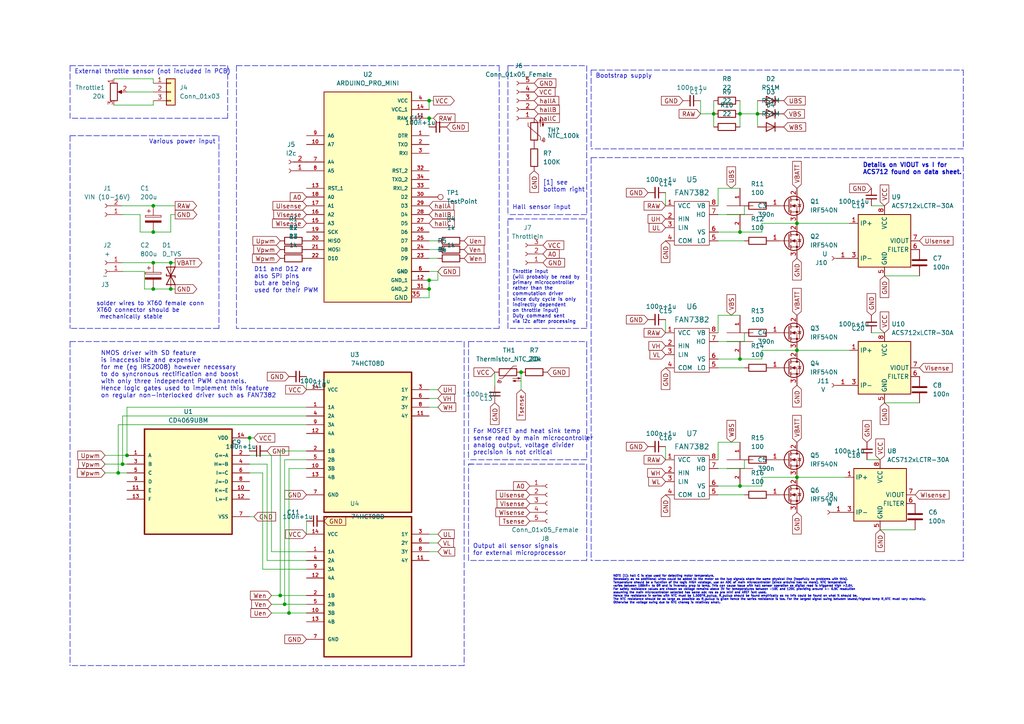
<source format=kicad_sch>
(kicad_sch (version 20211123) (generator eeschema)
  (paper "A4")
  (junction (at 83.82 177.8))
  (junction (at 151.13 107.95))
  (junction (at 44.45 59.69))
  (junction (at 124.46 81.28))
  (junction (at 44.45 83.82))
  (junction (at 124.46 83.82))
  (junction (at 214.63 33.02))
  (junction (at 207.01 33.02))
  (junction (at 124.46 34.29))
  (junction (at 231.14 101.6))
  (junction (at 49.53 76.2))
  (junction (at 214.63 140.97))
  (junction (at 214.63 104.14))
  (junction (at 124.46 29.21))
  (junction (at 34.29 137.16))
  (junction (at 36.83 132.08))
  (junction (at 231.14 64.77))
  (junction (at 231.14 138.43))
  (junction (at 44.45 76.2))
  (junction (at 81.28 172.72))
  (junction (at 219.71 33.02))
  (junction (at 214.63 67.31))
  (junction (at 35.56 134.62))
  (junction (at 72.39 127))
  (junction (at 44.45 67.31))
  (junction (at 49.53 83.82))
  (junction (at 82.55 175.26))
  (wire (pts (xy 214.63 33.02) (xy 219.71 33.02)))
  (wire (pts (xy 193.04 59.69) (xy 193.04 55.88)))
  (wire (pts (xy 127 157.48) (xy 124.46 157.48)))
  (polyline (pts (xy 134.62 193.04) (xy 20.32 193.04)))
  (polyline (pts (xy 63.5 95.25) (xy 20.32 95.25)))
  (wire (pts (xy 207.01 33.02) (xy 207.01 36.83)))
  (wire (pts (xy 40.64 67.31) (xy 44.45 67.31)))
  (wire (pts (xy 83.82 135.89) (xy 88.9 135.89)))
  (wire (pts (xy 208.28 91.44) (xy 214.63 91.44)))
  (wire (pts (xy 78.74 177.8) (xy 83.82 177.8)))
  (wire (pts (xy 151.13 107.95) (xy 151.13 113.03)))
  (wire (pts (xy 255.27 153.67) (xy 265.43 153.67)))
  (polyline (pts (xy 170.18 99.06) (xy 170.18 133.35)))
  (polyline (pts (xy 20.32 39.37) (xy 63.5 39.37)))
  (wire (pts (xy 208.28 91.44) (xy 208.28 96.52)))
  (wire (pts (xy 127 81.28) (xy 124.46 81.28)))
  (wire (pts (xy 81.28 172.72) (xy 88.9 172.72)))
  (wire (pts (xy 208.28 128.27) (xy 208.28 133.35)))
  (wire (pts (xy 215.9 99.06) (xy 215.9 96.52)))
  (wire (pts (xy 220.98 140.97) (xy 220.98 138.43)))
  (polyline (pts (xy 171.45 20.32) (xy 171.45 43.18)))
  (wire (pts (xy 220.98 64.77) (xy 231.14 64.77)))
  (wire (pts (xy 214.63 33.02) (xy 214.63 36.83)))
  (wire (pts (xy 252.73 96.52) (xy 256.54 96.52)))
  (wire (pts (xy 193.04 133.35) (xy 193.04 129.54)))
  (polyline (pts (xy 20.32 99.06) (xy 20.32 193.04)))
  (wire (pts (xy 220.98 101.6) (xy 231.14 101.6)))
  (wire (pts (xy 44.45 29.21) (xy 44.45 30.48)))
  (wire (pts (xy 34.29 137.16) (xy 34.29 123.19)))
  (wire (pts (xy 256.54 116.84) (xy 266.7 116.84)))
  (wire (pts (xy 44.45 59.69) (xy 35.56 59.69)))
  (wire (pts (xy 208.28 99.06) (xy 215.9 99.06)))
  (wire (pts (xy 36.83 26.67) (xy 44.45 26.67)))
  (polyline (pts (xy 66.04 19.05) (xy 66.04 34.29)))
  (wire (pts (xy 208.28 128.27) (xy 214.63 128.27)))
  (polyline (pts (xy 20.32 19.05) (xy 66.04 19.05)))
  (wire (pts (xy 41.91 83.82) (xy 44.45 83.82)))
  (wire (pts (xy 220.98 104.14) (xy 220.98 101.6)))
  (polyline (pts (xy 171.45 20.32) (xy 279.4 20.32)))
  (wire (pts (xy 49.53 76.2) (xy 44.45 76.2)))
  (wire (pts (xy 127 78.74) (xy 124.46 78.74)))
  (polyline (pts (xy 147.32 19.05) (xy 147.32 62.23)))
  (wire (pts (xy 124.46 86.36) (xy 121.92 86.36)))
  (wire (pts (xy 127 69.85) (xy 124.46 69.85)))
  (wire (pts (xy 82.55 175.26) (xy 82.55 133.35)))
  (wire (pts (xy 127 78.74) (xy 127 81.28)))
  (wire (pts (xy 83.82 177.8) (xy 88.9 177.8)))
  (wire (pts (xy 72.39 132.08) (xy 78.74 132.08)))
  (wire (pts (xy 82.55 175.26) (xy 88.9 175.26)))
  (wire (pts (xy 208.28 69.85) (xy 215.9 69.85)))
  (polyline (pts (xy 147.32 63.5) (xy 148.59 63.5)))
  (polyline (pts (xy 144.78 19.05) (xy 144.78 95.25)))
  (wire (pts (xy 83.82 135.89) (xy 83.82 177.8)))
  (polyline (pts (xy 135.89 162.56) (xy 135.89 134.62)))
  (wire (pts (xy 76.2 137.16) (xy 76.2 165.1)))
  (wire (pts (xy 36.83 132.08) (xy 36.83 118.11)))
  (wire (pts (xy 50.8 59.69) (xy 44.45 59.69)))
  (wire (pts (xy 208.28 67.31) (xy 214.63 67.31)))
  (wire (pts (xy 214.63 29.21) (xy 214.63 33.02)))
  (wire (pts (xy 143.51 107.95) (xy 143.51 111.76)))
  (polyline (pts (xy 170.18 134.62) (xy 170.18 162.56)))
  (wire (pts (xy 34.29 123.19) (xy 88.9 123.19)))
  (wire (pts (xy 251.46 133.35) (xy 255.27 133.35)))
  (wire (pts (xy 220.98 67.31) (xy 220.98 64.77)))
  (wire (pts (xy 215.9 62.23) (xy 215.9 59.69)))
  (wire (pts (xy 208.28 106.68) (xy 215.9 106.68)))
  (wire (pts (xy 124.46 29.21) (xy 124.46 31.75)))
  (wire (pts (xy 30.48 132.08) (xy 36.83 132.08)))
  (wire (pts (xy 35.56 78.74) (xy 41.91 78.74)))
  (polyline (pts (xy 68.58 19.05) (xy 68.58 95.25)))
  (wire (pts (xy 88.9 151.13) (xy 88.9 154.94)))
  (polyline (pts (xy 144.78 95.25) (xy 68.58 95.25)))
  (wire (pts (xy 208.28 54.61) (xy 214.63 54.61)))
  (wire (pts (xy 35.56 62.23) (xy 40.64 62.23)))
  (wire (pts (xy 78.74 175.26) (xy 82.55 175.26)))
  (polyline (pts (xy 135.89 99.06) (xy 135.89 133.35)))
  (wire (pts (xy 208.28 54.61) (xy 208.28 59.69)))
  (wire (pts (xy 49.53 62.23) (xy 50.8 62.23)))
  (polyline (pts (xy 170.18 63.5) (xy 170.18 95.25)))
  (wire (pts (xy 35.56 134.62) (xy 35.56 120.65)))
  (polyline (pts (xy 279.4 45.72) (xy 279.4 162.56)))
  (polyline (pts (xy 171.45 45.72) (xy 279.4 45.72)))
  (wire (pts (xy 77.47 162.56) (xy 88.9 162.56)))
  (wire (pts (xy 124.46 34.29) (xy 124.46 36.83)))
  (wire (pts (xy 40.64 62.23) (xy 40.64 67.31)))
  (polyline (pts (xy 134.62 99.06) (xy 134.62 193.04)))
  (wire (pts (xy 49.53 67.31) (xy 49.53 62.23)))
  (wire (pts (xy 35.56 120.65) (xy 88.9 120.65)))
  (wire (pts (xy 127 72.39) (xy 124.46 72.39)))
  (polyline (pts (xy 20.32 19.05) (xy 20.32 34.29)))
  (wire (pts (xy 72.39 149.86) (xy 73.66 149.86)))
  (polyline (pts (xy 147.32 19.05) (xy 170.18 19.05)))
  (wire (pts (xy 78.74 132.08) (xy 78.74 160.02)))
  (wire (pts (xy 214.63 67.31) (xy 220.98 67.31)))
  (polyline (pts (xy 63.5 39.37) (xy 63.5 95.25)))
  (polyline (pts (xy 170.18 162.56) (xy 135.89 162.56)))
  (wire (pts (xy 50.8 76.2) (xy 49.53 76.2)))
  (wire (pts (xy 252.73 59.69) (xy 256.54 59.69)))
  (polyline (pts (xy 135.89 134.62) (xy 137.16 134.62)))
  (wire (pts (xy 256.54 80.01) (xy 266.7 80.01)))
  (wire (pts (xy 49.53 83.82) (xy 50.8 83.82)))
  (wire (pts (xy 72.39 137.16) (xy 76.2 137.16)))
  (wire (pts (xy 208.28 135.89) (xy 215.9 135.89)))
  (polyline (pts (xy 170.18 133.35) (xy 135.89 133.35)))
  (wire (pts (xy 35.56 134.62) (xy 36.83 134.62)))
  (polyline (pts (xy 279.4 162.56) (xy 171.45 162.56)))
  (wire (pts (xy 203.2 33.02) (xy 207.01 33.02)))
  (wire (pts (xy 127 113.03) (xy 124.46 113.03)))
  (wire (pts (xy 44.45 76.2) (xy 35.56 76.2)))
  (polyline (pts (xy 147.32 63.5) (xy 170.18 63.5)))
  (wire (pts (xy 231.14 64.77) (xy 246.38 64.77)))
  (wire (pts (xy 215.9 135.89) (xy 215.9 133.35)))
  (wire (pts (xy 127 115.57) (xy 124.46 115.57)))
  (wire (pts (xy 193.04 96.52) (xy 193.04 92.71)))
  (polyline (pts (xy 171.45 45.72) (xy 171.45 162.56)))
  (wire (pts (xy 208.28 62.23) (xy 215.9 62.23)))
  (polyline (pts (xy 135.89 99.06) (xy 170.18 99.06)))
  (wire (pts (xy 219.71 29.21) (xy 219.71 33.02)))
  (wire (pts (xy 208.28 140.97) (xy 214.63 140.97)))
  (wire (pts (xy 78.74 172.72) (xy 81.28 172.72)))
  (polyline (pts (xy 66.04 34.29) (xy 20.32 34.29)))
  (wire (pts (xy 127 74.93) (xy 124.46 74.93)))
  (wire (pts (xy 203.2 33.02) (xy 203.2 29.21)))
  (wire (pts (xy 82.55 133.35) (xy 88.9 133.35)))
  (wire (pts (xy 44.45 67.31) (xy 49.53 67.31)))
  (wire (pts (xy 88.9 113.03) (xy 88.9 109.22)))
  (wire (pts (xy 41.91 78.74) (xy 41.91 83.82)))
  (wire (pts (xy 125.73 29.21) (xy 124.46 29.21)))
  (wire (pts (xy 33.02 30.48) (xy 44.45 30.48)))
  (polyline (pts (xy 170.18 95.25) (xy 147.32 95.25)))
  (wire (pts (xy 214.63 140.97) (xy 220.98 140.97)))
  (wire (pts (xy 36.83 118.11) (xy 88.9 118.11)))
  (polyline (pts (xy 20.32 99.06) (xy 134.62 99.06)))
  (polyline (pts (xy 170.18 19.05) (xy 170.18 62.23)))
  (wire (pts (xy 77.47 134.62) (xy 77.47 162.56)))
  (polyline (pts (xy 147.32 95.25) (xy 147.32 63.5)))
  (wire (pts (xy 76.2 165.1) (xy 88.9 165.1)))
  (wire (pts (xy 125.73 34.29) (xy 124.46 34.29)))
  (wire (pts (xy 30.48 134.62) (xy 35.56 134.62)))
  (wire (pts (xy 220.98 138.43) (xy 231.14 138.43)))
  (wire (pts (xy 34.29 137.16) (xy 36.83 137.16)))
  (wire (pts (xy 127 160.02) (xy 124.46 160.02)))
  (polyline (pts (xy 20.32 39.37) (xy 20.32 95.25)))
  (wire (pts (xy 219.71 33.02) (xy 219.71 36.83)))
  (wire (pts (xy 30.48 137.16) (xy 34.29 137.16)))
  (wire (pts (xy 72.39 127) (xy 72.39 130.81)))
  (wire (pts (xy 231.14 138.43) (xy 245.11 138.43)))
  (wire (pts (xy 231.14 101.6) (xy 246.38 101.6)))
  (wire (pts (xy 78.74 160.02) (xy 88.9 160.02)))
  (polyline (pts (xy 170.18 62.23) (xy 147.32 62.23)))
  (wire (pts (xy 127 154.94) (xy 124.46 154.94)))
  (wire (pts (xy 81.28 130.81) (xy 88.9 130.81)))
  (wire (pts (xy 127 118.11) (xy 124.46 118.11)))
  (wire (pts (xy 44.45 22.86) (xy 44.45 24.13)))
  (polyline (pts (xy 279.4 20.32) (xy 279.4 43.18)))
  (wire (pts (xy 44.45 83.82) (xy 49.53 83.82)))
  (wire (pts (xy 72.39 134.62) (xy 77.47 134.62)))
  (polyline (pts (xy 279.4 43.18) (xy 171.45 43.18)))
  (wire (pts (xy 81.28 172.72) (xy 81.28 130.81)))
  (wire (pts (xy 214.63 104.14) (xy 220.98 104.14)))
  (wire (pts (xy 124.46 81.28) (xy 124.46 83.82)))
  (wire (pts (xy 124.46 83.82) (xy 124.46 86.36)))
  (polyline (pts (xy 68.58 19.05) (xy 144.78 19.05)))
  (wire (pts (xy 33.02 22.86) (xy 44.45 22.86)))
  (polyline (pts (xy 135.89 134.62) (xy 170.18 134.62)))
  (wire (pts (xy 208.28 143.51) (xy 215.9 143.51)))
  (wire (pts (xy 208.28 104.14) (xy 214.63 104.14)))
  (wire (pts (xy 73.66 127) (xy 72.39 127)))
  (wire (pts (xy 207.01 29.21) (xy 207.01 33.02)))
  (text "[1] see \nbottom right" (at 157.48 55.88 0) (effects (font (size 1.27 1.27)) (justify left bottom)))
  (text "Hall sensor input\n" (at 148.59 60.96 0) (effects (font (size 1.27 1.27)) (justify left bottom)))
  (text "D11 and D12 are \nalso SPI pins\nbut are being \nused for their PWM" (at 73.66 85.09 0) (effects (font (size 1.27 1.27)) (justify left bottom)))
  (text "Throttle input\n(will probably be read by\nprimary microcontroller\nrather than the \ncommutation driver\nsince duty cycle is only \nindirectly dependent \non throttle input)\nDuty command sent\nvia i2c after processing\n" (at 148.59 93.98 0) (effects (font (size 1 1)) (justify left bottom)))
  (text "Output all sensor signals \nfor external microprocessor\n" (at 137.16 161.29 0) (effects (font (size 1.27 1.27)) (justify left bottom)))
  (text "solder wires to XT60 female conn\nXT60 connector should be\n mechanically stable" (at 27.94 92.71 0) (effects (font (size 1.2 1.2)) (justify left bottom)))
  (text "For MOSFET and heat sink temp\nsense read by main microcontroller\nanalog output, voltage divider\nprecision is not critical" (at 137.16 132.08 0) (effects (font (size 1.27 1.27)) (justify left bottom)))
  (text "Bootstrap supply\n" (at 172.72 22.86 0) (effects (font (size 1.27 1.27)) (justify left bottom)))
  (text "External throttle sensor (not included in PCB)" (at 21.59 21.59 0) (effects (font (size 1.27 1.27)) (justify left bottom)))
  (text "Details on VIOUT vs I for\nACS712 found on data sheet." (at 250.19 50.8 0) (effects (font (size 1.27 1.27) (thickness 0.254) bold) (justify left bottom)))
  (text "NOTE [1]: hall C is also used for detecting motor temperature. \nNecessary as no additional wires could be added to the motor so the two signals share the same physical line (hopefully no problems with this). \nTemperature should be a fucntion of the logic HIGH volatage, use an ADC of main microcontroller (since arduino has no more). NTC temperature \nvaries between 100kR+ to 0R and is inversely prop to temp. This can cause issue with hall sensor operation as digital read is triggered high >2.6V. \nFor safety resistance values are chosen so voltage remains above 3V for temeperatures between -10C and 120C providing around +- 0.5C resolution\nassuming the main microcontroller selected has same adc res as pro mini and AREF isnt used. \nHence the resistance in series with NTC must be 1.500*R_pullup, R_pullup should be found empirically as no info could be found on what it should be.\nThe NTC resiatance should be as large as possible as R_pullup is given hence the series resistance is too. For the largest signal swing between lowest/highest temp R_NTC must vary maximally.\nOtherwise the voltage swing due to NTC chaneg is relativley small." (at 177.8 175.26 0) (effects (font (size 0.6 0.6)) (justify left bottom)))
  (text "Various power input\n" (at 43.18 41.91 0) (effects (font (size 1.27 1.27)) (justify left bottom)))
  (text "NMOS driver with SD feature\nis inaccessible and expensive\nfor me (eg IRS2008) however necessary \nto do syncronous rectification and boost\nwith only three independent PWM channels.\nHence logic gates used to implement this feature\non regular non-interlocked driver such as FAN7382\n" (at 29.21 115.57 0) (effects (font (size 1.27 1.27)) (justify left bottom)))
  (global_label "GND" (shape input) (at 127 78.74 0) (property "Intersheet References" "${INTERSHEET_REFS}" (effects hide)))
  (global_label "GND" (shape input) (at 256.54 80.01 270) (property "Intersheet References" "${INTERSHEET_REFS}" (effects hide)))
  (global_label "RAW" (shape output) (at 50.8 59.69 0) (property "Intersheet References" "${INTERSHEET_REFS}" (effects hide)))
  (global_label "VIsense" (shape input) (at 266.7 106.68 0) (property "Intersheet References" "${INTERSHEET_REFS}" (effects hide)))
  (global_label "WL" (shape input) (at 193.04 139.7 180) (property "Intersheet References" "${INTERSHEET_REFS}" (effects hide)))
  (global_label "GND" (shape input) (at 154.94 49.53 270) (property "Intersheet References" "${INTERSHEET_REFS}" (effects hide)))
  (global_label "Vpwm" (shape input) (at 30.48 134.62 180) (property "Intersheet References" "${INTERSHEET_REFS}" (effects hide)))
  (global_label "VBATT" (shape input) (at 231.14 54.61 90) (property "Intersheet References" "${INTERSHEET_REFS}" (effects hide)))
  (global_label "VCC" (shape input) (at 143.51 107.95 180) (property "Intersheet References" "${INTERSHEET_REFS}" (effects hide)))
  (global_label "VH" (shape input) (at 193.04 100.33 180) (property "Intersheet References" "${INTERSHEET_REFS}" (effects hide)))
  (global_label "VCC" (shape input) (at 154.94 26.67 0) (property "Intersheet References" "${INTERSHEET_REFS}" (effects hide)))
  (global_label "Wpwm" (shape input) (at 81.28 74.93 180) (property "Intersheet References" "${INTERSHEET_REFS}" (effects hide)))
  (global_label "Upwm" (shape input) (at 81.28 69.85 180) (property "Intersheet References" "${INTERSHEET_REFS}" (effects hide)))
  (global_label "GND" (shape input) (at 158.75 107.95 0) (property "Intersheet References" "${INTERSHEET_REFS}" (effects hide)))
  (global_label "hallC" (shape input) (at 124.46 64.77 0) (property "Intersheet References" "${INTERSHEET_REFS}" (effects hide)))
  (global_label "VIsense" (shape input) (at 153.67 146.05 180) (property "Intersheet References" "${INTERSHEET_REFS}" (effects hide)))
  (global_label "GND" (shape input) (at 251.46 128.27 90) (property "Intersheet References" "${INTERSHEET_REFS}" (effects hide)))
  (global_label "VBATT" (shape input) (at 231.14 128.27 90) (property "Intersheet References" "${INTERSHEET_REFS}" (effects hide)))
  (global_label "GND" (shape input) (at 252.73 91.44 90) (property "Intersheet References" "${INTERSHEET_REFS}" (effects hide)))
  (global_label "WH" (shape input) (at 127 118.11 0) (property "Intersheet References" "${INTERSHEET_REFS}" (effects hide)))
  (global_label "GND" (shape input) (at 88.9 143.51 180) (property "Intersheet References" "${INTERSHEET_REFS}" (effects hide)))
  (global_label "Ven" (shape input) (at 78.74 175.26 180) (property "Intersheet References" "${INTERSHEET_REFS}" (effects hide)))
  (global_label "RAW" (shape input) (at 193.04 59.69 180) (property "Intersheet References" "${INTERSHEET_REFS}" (effects hide)))
  (global_label "VBS" (shape input) (at 212.09 91.44 90) (property "Intersheet References" "${INTERSHEET_REFS}" (effects hide)))
  (global_label "hallA" (shape input) (at 124.46 59.69 0) (property "Intersheet References" "${INTERSHEET_REFS}" (effects hide)))
  (global_label "A0" (shape input) (at 153.67 140.97 180) (property "Intersheet References" "${INTERSHEET_REFS}" (effects hide)))
  (global_label "Wen" (shape input) (at 134.62 74.93 0) (property "Intersheet References" "${INTERSHEET_REFS}" (effects hide)))
  (global_label "WIsense" (shape input) (at 88.9 64.77 180) (property "Intersheet References" "${INTERSHEET_REFS}" (effects hide)))
  (global_label "GND" (shape output) (at 50.8 62.23 0) (property "Intersheet References" "${INTERSHEET_REFS}" (effects hide)))
  (global_label "GND" (shape input) (at 231.14 74.93 270) (property "Intersheet References" "${INTERSHEET_REFS}" (effects hide)))
  (global_label "hallB" (shape input) (at 154.94 31.75 0) (property "Intersheet References" "${INTERSHEET_REFS}" (effects hide)))
  (global_label "GND" (shape output) (at 50.8 83.82 0) (property "Intersheet References" "${INTERSHEET_REFS}" (effects hide)))
  (global_label "UH" (shape input) (at 193.04 63.5 180) (property "Intersheet References" "${INTERSHEET_REFS}" (effects hide)))
  (global_label "VCC" (shape input) (at 73.66 127 0) (property "Intersheet References" "${INTERSHEET_REFS}" (effects hide)))
  (global_label "UBS" (shape input) (at 212.09 54.61 90) (property "Intersheet References" "${INTERSHEET_REFS}" (effects hide)))
  (global_label "Vpwm" (shape input) (at 81.28 72.39 180) (property "Intersheet References" "${INTERSHEET_REFS}" (effects hide)))
  (global_label "A0" (shape input) (at 88.9 57.15 180) (property "Intersheet References" "${INTERSHEET_REFS}" (effects hide)))
  (global_label "VCC" (shape input) (at 88.9 154.94 180) (property "Intersheet References" "${INTERSHEET_REFS}" (effects hide)))
  (global_label "UIsense" (shape input) (at 153.67 143.51 180) (property "Intersheet References" "${INTERSHEET_REFS}" (effects hide)))
  (global_label "GND" (shape input) (at 255.27 153.67 270) (property "Intersheet References" "${INTERSHEET_REFS}" (effects hide)))
  (global_label "A0" (shape input) (at 157.48 73.66 0) (property "Intersheet References" "${INTERSHEET_REFS}" (effects hide)))
  (global_label "VH" (shape input) (at 127 115.57 0) (property "Intersheet References" "${INTERSHEET_REFS}" (effects hide)))
  (global_label "VCC" (shape input) (at 88.9 113.03 180) (property "Intersheet References" "${INTERSHEET_REFS}" (effects hide)))
  (global_label "GND" (shape input) (at 252.73 54.61 180) (property "Intersheet References" "${INTERSHEET_REFS}" (effects hide)))
  (global_label "Tsense" (shape input) (at 151.13 113.03 270) (property "Intersheet References" "${INTERSHEET_REFS}" (effects hide)))
  (global_label "Uen" (shape input) (at 134.62 69.85 0) (property "Intersheet References" "${INTERSHEET_REFS}" (effects hide)))
  (global_label "GND" (shape input) (at 193.04 69.85 270) (property "Intersheet References" "${INTERSHEET_REFS}" (effects hide)))
  (global_label "Upwm" (shape input) (at 30.48 132.08 180) (property "Intersheet References" "${INTERSHEET_REFS}" (effects hide)))
  (global_label "RAW" (shape input) (at 203.2 33.02 180) (property "Intersheet References" "${INTERSHEET_REFS}" (effects hide)))
  (global_label "RAW" (shape input) (at 193.04 96.52 180) (property "Intersheet References" "${INTERSHEET_REFS}" (effects hide)))
  (global_label "WL" (shape input) (at 127 160.02 0) (property "Intersheet References" "${INTERSHEET_REFS}" (effects hide)))
  (global_label "VIsense" (shape input) (at 88.9 62.23 180) (property "Intersheet References" "${INTERSHEET_REFS}" (effects hide)))
  (global_label "GND" (shape input) (at 77.47 130.81 0) (property "Intersheet References" "${INTERSHEET_REFS}" (effects hide)))
  (global_label "VCC" (shape input) (at 157.48 71.12 0) (property "Intersheet References" "${INTERSHEET_REFS}" (effects hide)))
  (global_label "GND" (shape input) (at 198.12 29.21 180) (property "Intersheet References" "${INTERSHEET_REFS}" (effects hide)))
  (global_label "Wpwm" (shape input) (at 30.48 137.16 180) (property "Intersheet References" "${INTERSHEET_REFS}" (effects hide)))
  (global_label "GND" (shape input) (at 83.82 109.22 180) (property "Intersheet References" "${INTERSHEET_REFS}" (effects hide)))
  (global_label "GND" (shape input) (at 143.51 116.84 270) (property "Intersheet References" "${INTERSHEET_REFS}" (effects hide)))
  (global_label "VCC" (shape output) (at 125.73 29.21 0) (property "Intersheet References" "${INTERSHEET_REFS}" (effects hide)))
  (global_label "GND" (shape input) (at 187.96 55.88 180) (property "Intersheet References" "${INTERSHEET_REFS}" (effects hide)))
  (global_label "VCC" (shape input) (at 256.54 59.69 90) (property "Intersheet References" "${INTERSHEET_REFS}" (effects hide)))
  (global_label "UL" (shape input) (at 127 154.94 0) (property "Intersheet References" "${INTERSHEET_REFS}" (effects hide)))
  (global_label "Wen" (shape input) (at 78.74 172.72 180) (property "Intersheet References" "${INTERSHEET_REFS}" (effects hide)))
  (global_label "Ven" (shape input) (at 134.62 72.39 0) (property "Intersheet References" "${INTERSHEET_REFS}" (effects hide)))
  (global_label "RAW" (shape input) (at 193.04 133.35 180) (property "Intersheet References" "${INTERSHEET_REFS}" (effects hide)))
  (global_label "WBS" (shape input) (at 227.33 36.83 0) (property "Intersheet References" "${INTERSHEET_REFS}" (effects hide)))
  (global_label "hallA" (shape input) (at 154.94 29.21 0) (property "Intersheet References" "${INTERSHEET_REFS}" (effects hide)))
  (global_label "VCC" (shape input) (at 255.27 133.35 90) (property "Intersheet References" "${INTERSHEET_REFS}" (effects hide)))
  (global_label "hallB" (shape input) (at 124.46 62.23 0) (property "Intersheet References" "${INTERSHEET_REFS}" (effects hide)))
  (global_label "GND" (shape input) (at 154.94 24.13 0) (property "Intersheet References" "${INTERSHEET_REFS}" (effects hide)))
  (global_label "GND" (shape input) (at 231.14 111.76 270) (property "Intersheet References" "${INTERSHEET_REFS}" (effects hide)))
  (global_label "GND" (shape input) (at 187.96 92.71 180) (property "Intersheet References" "${INTERSHEET_REFS}" (effects hide)))
  (global_label "GND" (shape input) (at 231.14 148.59 270) (property "Intersheet References" "${INTERSHEET_REFS}" (effects hide)))
  (global_label "UIsense" (shape input) (at 266.7 69.85 0) (property "Intersheet References" "${INTERSHEET_REFS}" (effects hide)))
  (global_label "RAW" (shape input) (at 125.73 34.29 0) (property "Intersheet References" "${INTERSHEET_REFS}" (effects hide)))
  (global_label "GND" (shape input) (at 193.04 143.51 270) (property "Intersheet References" "${INTERSHEET_REFS}" (effects hide)))
  (global_label "GND" (shape input) (at 193.04 106.68 270) (property "Intersheet References" "${INTERSHEET_REFS}" (effects hide)))
  (global_label "WIsense" (shape input) (at 265.43 143.51 0) (property "Intersheet References" "${INTERSHEET_REFS}" (effects hide)))
  (global_label "WIsense" (shape input) (at 153.67 148.59 180) (property "Intersheet References" "${INTERSHEET_REFS}" (effects hide)))
  (global_label "VL" (shape input) (at 127 157.48 0) (property "Intersheet References" "${INTERSHEET_REFS}" (effects hide)))
  (global_label "VCC" (shape input) (at 256.54 96.52 90) (property "Intersheet References" "${INTERSHEET_REFS}" (effects hide)))
  (global_label "Uen" (shape input) (at 78.74 177.8 180) (property "Intersheet References" "${INTERSHEET_REFS}" (effects hide)))
  (global_label "GND" (shape input) (at 88.9 185.42 180) (property "Intersheet References" "${INTERSHEET_REFS}" (effects hide)))
  (global_label "VBS" (shape input) (at 227.33 33.02 0) (property "Intersheet References" "${INTERSHEET_REFS}" (effects hide)))
  (global_label "GND" (shape input) (at 73.66 149.86 0) (property "Intersheet References" "${INTERSHEET_REFS}" (effects hide)))
  (global_label "GND" (shape input) (at 157.48 76.2 0) (property "Intersheet References" "${INTERSHEET_REFS}" (effects hide)))
  (global_label "GND" (shape input) (at 187.96 129.54 180) (property "Intersheet References" "${INTERSHEET_REFS}" (effects hide)))
  (global_label "VL" (shape input) (at 193.04 102.87 180) (property "Intersheet References" "${INTERSHEET_REFS}" (effects hide)))
  (global_label "UBS" (shape input) (at 227.33 29.21 0) (property "Intersheet References" "${INTERSHEET_REFS}" (effects hide)))
  (global_label "GND" (shape input) (at 256.54 116.84 270) (property "Intersheet References" "${INTERSHEET_REFS}" (effects hide)))
  (global_label "GND" (shape input) (at 129.54 36.83 0) (property "Intersheet References" "${INTERSHEET_REFS}" (effects hide)))
  (global_label "UL" (shape input) (at 193.04 66.04 180) (property "Intersheet References" "${INTERSHEET_REFS}" (effects hide)))
  (global_label "VBATT" (shape input) (at 231.14 91.44 90) (property "Intersheet References" "${INTERSHEET_REFS}" (effects hide)))
  (global_label "GND" (shape input) (at 93.98 151.13 0) (property "Intersheet References" "${INTERSHEET_REFS}" (effects hide)))
  (global_label "hallC" (shape input) (at 154.94 34.29 0) (property "Intersheet References" "${INTERSHEET_REFS}" (effects hide)))
  (global_label "UIsense" (shape input) (at 88.9 59.69 180) (property "Intersheet References" "${INTERSHEET_REFS}" (effects hide)))
  (global_label "UH" (shape input) (at 127 113.03 0) (property "Intersheet References" "${INTERSHEET_REFS}" (effects hide)))
  (global_label "Tsense" (shape input) (at 153.67 151.13 180) (property "Intersheet References" "${INTERSHEET_REFS}" (effects hide)))
  (global_label "WBS" (shape input) (at 212.09 128.27 90) (property "Intersheet References" "${INTERSHEET_REFS}" (effects hide)))
  (global_label "VBATT" (shape output) (at 50.8 76.2 0) (property "Intersheet References" "${INTERSHEET_REFS}" (effects hide)))
  (global_label "WH" (shape input) (at 193.04 137.16 180) (property "Intersheet References" "${INTERSHEET_REFS}" (effects hide)))
  (symbol (lib_id "Device:C_Polarized") (at 44.45 80.01 0) (unit 1)
    (property "Reference" "C2" (at 40.64 71.12 0) (effects (justify left)))
    (property "Value" "800u" (at 40.64 73.66 0) (effects (justify left)))
    (property "Footprint" "Capacitor_THT:CP_Axial_L10.0mm_D4.5mm_P15.00mm_Horizontal" (effects hide))
  )
  (symbol (lib_id "Device:C") (at 265.43 149.86 0) (unit 1)
    (property "Reference" "C6" (at 269.24 148.5899 0) (effects (justify left)))
    (property "Value" "100n" (at 269.24 151.1299 0) (effects (justify left)))
    (property "Footprint" "Capacitor_SMD:C_0603_1608Metric_Pad1.08x0.95mm_HandSolder" (effects hide))
  )
  (symbol (lib_id "74HCT08D:74HCT08D") (at 106.68 125.73 0) (unit 1)
    (property "Reference" "U3" (at 102.87 102.87 0))
    (property "Value" "74HCT08D" (at 106.68 105.41 0))
    (property "Footprint" "SOIC127P600X175-14N" (effects hide))
    (property "SUPPLIER" "NXP" (effects hide))
    (property "OC_FARNELL" "1085301" (effects hide))
    (property "MPN" "74HCT08D" (effects hide))
    (property "OC_NEWARK" "99K0538" (effects hide))
    (property "PACKAGE" "SOIC-14" (effects hide))
  )
  (symbol (lib_id "Connector:Conn_01x05_Female") (at 158.75 146.05 0) (unit 1)
    (property "Reference" "J8" (at 158.115 156.21 0))
    (property "Value" "Conn_01x05_Female" (at 158.115 153.67 0))
    (property "Footprint" "Connector_JST:JST_EH_B5B-EH-A_1x05_P2.50mm_Vertical" (effects hide))
  )
  (symbol (lib_id "Connector:Conn_01x01_Female") (at 240.03 148.59 180) (unit 1)
    (property "Reference" "J9" (at 240.665 143.51 0))
    (property "Value" "W" (at 240.665 146.05 0))
    (property "Footprint" "TestPoint:TestPoint_Loop_D3.80mm_Drill2.5mm" (effects hide))
  )
  (symbol (lib_id "pspice:C") (at 214.63 134.62 0) (unit 1)
    (property "Reference" "C5" (at 219.71 133.3499 0) (effects (justify left)))
    (property "Value" "390n" (at 219.71 135.8899 0) (effects (justify left)))
    (property "Footprint" "Capacitor_THT:C_Rect_L7.0mm_W4.5mm_P5.00mm" (effects hide))
  )
  (symbol (lib_id "Connector:Conn_01x01_Female") (at 30.48 78.74 180) (unit 1)
    (property "Reference" "J3" (at 30.48 82.55 0))
    (property "Value" "-" (at 30.48 80.01 0))
    (property "Footprint" "TestPoint:TestPoint_Loop_D3.80mm_Drill2.5mm" (effects hide))
  )
  (symbol (lib_id "Connector:Conn_01x02_Female") (at 83.82 49.53 180) (unit 1)
    (property "Reference" "J5" (at 84.455 41.91 0))
    (property "Value" "I2c" (at 84.455 44.45 0))
    (property "Footprint" "Connector_JST:JST_EH_B2B-EH-A_1x02_P2.50mm_Vertical" (effects hide))
  )
  (symbol (lib_id "Device:C_Small") (at 143.51 114.3 180) (unit 1)
    (property "Reference" "C13" (at 140.97 115.57 0))
    (property "Value" "100n+1u" (at 139.7 114.3 0))
    (property "Footprint" "Capacitor_SMD:Dual Capacitor SMD 0603 and 0805_HandSolder" (effects hide))
  )
  (symbol (lib_id "pspice:C") (at 214.63 97.79 0) (unit 1)
    (property "Reference" "C4" (at 219.71 96.5199 0) (effects (justify left)))
    (property "Value" "390n" (at 219.71 99.0599 0) (effects (justify left)))
    (property "Footprint" "Capacitor_THT:C_Rect_L7.0mm_W4.5mm_P5.00mm" (effects hide))
  )
  (symbol (lib_id "w_analog:FAN7382") (at 200.66 101.6 0) (unit 1)
    (property "Reference" "U6" (at 200.66 88.9 0) (effects (font (size 1.524 1.524))))
    (property "Value" "FAN7382" (at 200.66 92.71 0) (effects (font (size 1.524 1.524))))
    (property "Footprint" "libraries i added:DIP762W52P254L1016H469Q8" (effects hide))
    (property "Datasheet" "/home/walter/Documents/Elettronica/DATA_SHEET/Elettronici/Integrati/Analogici/Drivers/FCD_FAN7382.pdf" (effects hide))
  )
  (symbol (lib_id "pspice:C") (at 214.63 60.96 0) (unit 1)
    (property "Reference" "C3" (at 219.71 59.6899 0) (effects (justify left)))
    (property "Value" "390n" (at 219.71 62.2299 0) (effects (justify left)))
    (property "Footprint" "Capacitor_THT:C_Rect_L7.0mm_W4.5mm_P5.00mm" (effects hide))
  )
  (symbol (lib_id "Device:R") (at 85.09 69.85 90) (unit 1)
    (property "Reference" "R1" (at 85.09 63.5 90))
    (property "Value" "1k" (at 85.09 66.04 90))
    (property "Footprint" "Resistor_SMD:R_1206_3216Metric_Pad1.30x1.75mm_HandSolder" (effects hide))
  )
  (symbol (lib_id "Device:R") (at 210.82 36.83 270) (unit 1)
    (property "Reference" "R10" (at 210.82 30.48 90))
    (property "Value" "22" (at 210.82 33.02 90))
    (property "Footprint" "Resistor_SMD:R_0805_2012Metric_Pad1.20x1.40mm_HandSolder" (effects hide))
  )
  (symbol (lib_id "Diode:1N4007") (at 223.52 36.83 180) (unit 1)
    (property "Reference" "D4" (at 223.52 30.48 0))
    (property "Value" "RS1M" (at 223.52 33.02 0))
    (property "Footprint" "Diode_SMD:D_3220_8050Metric_Pad2.65x5.15mm_HandSolder" (effects hide))
    (property "Datasheet" "https://www.onsemi.com/pdf/datasheet/rs1m-d.pdf" (effects hide))
  )
  (symbol (lib_id "Device:C_Small") (at 91.44 151.13 90) (unit 1)
    (property "Reference" "C11" (at 85.09 148.59 90))
    (property "Value" "100n+1u" (at 86.36 149.86 90))
    (property "Footprint" "Capacitor_SMD:Dual Capacitor SMD 0603 and 0805_HandSolder" (effects hide))
  )
  (symbol (lib_id "ARDUINO_PRO_MINI:ARDUINO_PRO_MINI") (at 106.68 57.15 0) (unit 1)
    (property "Reference" "U2" (at 106.68 21.59 0))
    (property "Value" "ARDUINO_PRO_MINI" (at 106.68 24.13 0))
    (property "Footprint" "libraries i added:ARDUINO_PRO_MINI_ALIEXPRESS" (effects hide))
    (property "STANDARD" "Manufacturer Recommendations" (effects hide))
    (property "MAXIMUM_PACKAGE_HEIGHT" "N/A" (effects hide))
    (property "PARTREV" "N/A" (effects hide))
    (property "MANUFACTURER" "SparkFun Electronics" (effects hide))
  )
  (symbol (lib_id "Device:R_Potentiometer") (at 33.02 26.67 0) (unit 1)
    (property "Reference" "Throttle1" (at 30.48 25.3999 0) (effects (justify right)))
    (property "Value" "20k" (at 30.48 27.9399 0) (effects (justify right)))
  )
  (symbol (lib_id "Device:D_TVS") (at 49.53 80.01 90) (unit 1)
    (property "Reference" "D1" (at 46.99 71.12 90) (effects (justify right)))
    (property "Value" "D_TVS" (at 46.99 73.66 90) (effects (justify right)))
    (property "Footprint" "Diode_SMD:D_0805_2012Metric_Pad1.15x1.40mm_HandSolder" (effects hide))
  )
  (symbol (lib_id "Sensor_Current:ACS712xLCTR-30A") (at 256.54 106.68 0) (unit 1)
    (property "Reference" "U10" (at 258.5594 93.98 0) (effects (justify left)))
    (property "Value" "ACS712xLCTR-30A" (at 258.5594 96.52 0) (effects (justify left)))
    (property "Footprint" "Package_SO:SOIC-8_3.9x4.9mm_P1.27mm" (effects hide))
    (property "Datasheet" "http://www.allegromicro.com/~/media/Files/Datasheets/ACS712-Datasheet.ashx?la=en" (effects hide))
  )
  (symbol (lib_id "Device:Thermistor_NTC") (at 154.94 38.1 180) (unit 1)
    (property "Reference" "TH?" (at 158.75 37.7824 0) (effects (justify right)))
    (property "Value" "NTC_100k" (at 158.75 39.37 0) (effects (justify right)))
    (property "Footprint" "Resistor_THT:R_Axial_DIN0204_L3.6mm_D1.6mm_P1.90mm_Vertical" (effects hide))
  )
  (symbol (lib_id "Connector:Conn_01x01_Female") (at 241.3 74.93 180) (unit 1)
    (property "Reference" "J10" (at 240.03 76.2001 0) (effects (justify left)))
    (property "Value" "U" (at 240.03 73.6601 0) (effects (justify left)))
    (property "Footprint" "TestPoint:TestPoint_Loop_D3.80mm_Drill2.5mm" (effects hide))
  )
  (symbol (lib_id "CD4069UBM:CD4069UBM") (at 54.61 139.7 0) (unit 1)
    (property "Reference" "U1" (at 54.61 119.38 0))
    (property "Value" "CD4069UBM" (at 54.61 121.92 0))
    (property "Footprint" "SOIC127P600X175-14N" (effects hide))
  )
  (symbol (lib_id "Device:R") (at 85.09 74.93 90) (unit 1)
    (property "Reference" "R3" (at 85.09 68.58 90))
    (property "Value" "1k" (at 85.09 71.12 90))
    (property "Footprint" "Resistor_SMD:R_1206_3216Metric_Pad1.30x1.75mm_HandSolder" (effects hide))
  )
  (symbol (lib_id "74HCT08D:74HCT08D") (at 106.68 167.64 0) (unit 1)
    (property "Reference" "U4" (at 102.87 146.05 0))
    (property "Value" "74HCT08D" (at 106.68 149.86 0))
    (property "Footprint" "SOIC127P600X175-14N" (effects hide))
    (property "SUPPLIER" "NXP" (effects hide))
    (property "OC_FARNELL" "1085301" (effects hide))
    (property "MPN" "74HCT08D" (effects hide))
    (property "OC_NEWARK" "99K0538" (effects hide))
    (property "PACKAGE" "SOIC-14" (effects hide))
  )
  (symbol (lib_id "Device:C_Small") (at 190.5 129.54 270) (unit 1)
    (property "Reference" "C16" (at 193.04 127 90))
    (property "Value" "100n+1u" (at 191.77 125.73 90))
    (property "Footprint" "Capacitor_SMD:Dual Capacitor SMD 0603 and 0805_HandSolder" (effects hide))
  )
  (symbol (lib_id "Device:C_Small") (at 200.66 29.21 270) (unit 1)
    (property "Reference" "C17" (at 201.93 26.67 90))
    (property "Value" "100n+1u" (at 200.66 25.4 90))
    (property "Footprint" "Capacitor_SMD:Dual Capacitor SMD 0603 and 0805_HandSolder" (effects hide))
  )
  (symbol (lib_id "Connector:Conn_01x05_Female") (at 149.86 29.21 180) (unit 1)
    (property "Reference" "J6" (at 150.495 19.05 0))
    (property "Value" "Conn_01x05_Female" (at 150.495 21.59 0))
    (property "Footprint" "Connector_JST:JST_EH_B5B-EH-A_1x05_P2.50mm_Vertical" (effects hide))
  )
  (symbol (lib_id "Device:R") (at 210.82 29.21 270) (unit 1)
    (property "Reference" "R8" (at 210.82 22.86 90))
    (property "Value" "22" (at 210.82 25.4 90))
    (property "Footprint" "Resistor_SMD:R_0805_2012Metric_Pad1.20x1.40mm_HandSolder" (effects hide))
  )
  (symbol (lib_id "Diode:1N4007") (at 223.52 33.02 180) (unit 1)
    (property "Reference" "D3" (at 223.52 26.67 0))
    (property "Value" "RS1M" (at 223.52 29.21 0))
    (property "Footprint" "Diode_SMD:D_3220_8050Metric_Pad2.65x5.15mm_HandSolder" (effects hide))
    (property "Datasheet" "https://www.onsemi.com/pdf/datasheet/rs1m-d.pdf" (effects hide))
  )
  (symbol (lib_id "Device:C") (at 266.7 76.2 0) (unit 1)
    (property "Reference" "C7" (at 270.51 74.9299 0) (effects (justify left)))
    (property "Value" "100n" (at 270.51 77.4699 0) (effects (justify left)))
    (property "Footprint" "Capacitor_SMD:C_0603_1608Metric_Pad1.08x0.95mm_HandSolder" (effects hide))
  )
  (symbol (lib_id "Device:C_Small") (at 86.36 109.22 270) (unit 1)
    (property "Reference" "C10" (at 92.71 111.76 90))
    (property "Value" "100n+1u" (at 91.44 110.49 90))
    (property "Footprint" "Capacitor_SMD:Dual Capacitor SMD 0603 and 0805_HandSolder" (effects hide))
  )
  (symbol (lib_id "Device:R") (at 219.71 106.68 90) (unit 1)
    (property "Reference" "R14" (at 219.71 100.33 90))
    (property "Value" "100" (at 219.71 102.87 90))
    (property "Footprint" "Resistor_SMD:R_1206_3216Metric_Pad1.30x1.75mm_HandSolder" (effects hide))
  )
  (symbol (lib_id "Transistor_FET:IRF540N") (at 228.6 106.68 0) (unit 1)
    (property "Reference" "Q4" (at 234.95 105.4099 0) (effects (justify left)))
    (property "Value" "IRF540N" (at 234.95 107.9499 0) (effects (justify left)))
    (property "Footprint" "Package_TO_SOT_THT:TO-220-3_Horizontal_TabUp_NoHoleClearance" (effects hide))
    (property "Datasheet" "http://www.irf.com/product-info/datasheets/data/irf540n.pdf" (effects hide))
  )
  (symbol (lib_id "Diode:1N4007") (at 223.52 29.21 180) (unit 1)
    (property "Reference" "D2" (at 223.52 22.86 0))
    (property "Value" "RS1M" (at 223.52 25.4 0))
    (property "Footprint" "Diode_SMD:D_3220_8050Metric_Pad2.65x5.15mm_HandSolder" (effects hide))
    (property "Datasheet" "https://www.onsemi.com/pdf/datasheet/rs1m-d.pdf" (effects hide))
  )
  (symbol (lib_id "Device:R") (at 219.71 133.35 90) (unit 1)
    (property "Reference" "R15" (at 219.71 127 90))
    (property "Value" "100" (at 219.71 129.54 90))
    (property "Footprint" "Resistor_SMD:R_1206_3216Metric_Pad1.30x1.75mm_HandSolder" (effects hide))
  )
  (symbol (lib_id "Connector:Conn_01x02_Female") (at 30.48 62.23 180) (unit 1)
    (property "Reference" "J1" (at 31.115 54.61 0))
    (property "Value" "VIN (10-16V)" (at 31.115 57.15 0))
    (property "Footprint" "Connector_JST:JST_EH_B2B-EH-A_1x02_P2.50mm_Vertical" (effects hide))
  )
  (symbol (lib_id "Transistor_FET:IRF540N") (at 228.6 133.35 0) (unit 1)
    (property "Reference" "Q5" (at 234.95 132.0799 0) (effects (justify left)))
    (property "Value" "IRF540N" (at 234.95 134.6199 0) (effects (justify left)))
    (property "Footprint" "Package_TO_SOT_THT:TO-220-3_Horizontal_TabUp_NoHoleClearance" (effects hide))
    (property "Datasheet" "http://www.irf.com/product-info/datasheets/data/irf540n.pdf" (effects hide))
  )
  (symbol (lib_id "Device:C_Polarized") (at 44.45 63.5 0) (unit 1)
    (property "Reference" "C1" (at 40.64 54.61 0) (effects (justify left)))
    (property "Value" "200u" (at 40.64 57.15 0) (effects (justify left)))
    (property "Footprint" "Capacitor_THT:CP_Radial_D8.0mm_P5.00mm" (effects hide))
  )
  (symbol (lib_id "Device:C_Small") (at 252.73 93.98 180) (unit 1)
    (property "Reference" "C20" (at 248.92 95.25 0))
    (property "Value" "100n+1u" (at 247.65 93.98 0))
    (property "Footprint" "Capacitor_SMD:Dual Capacitor SMD 0603 and 0805_HandSolder" (effects hide))
  )
  (symbol (lib_id "Transistor_FET:IRF540N") (at 228.6 96.52 0) (unit 1)
    (property "Reference" "Q3" (at 234.95 95.2499 0) (effects (justify left)))
    (property "Value" "IRF540N" (at 234.95 97.7899 0) (effects (justify left)))
    (property "Footprint" "Package_TO_SOT_THT:TO-220-3_Horizontal_TabUp_NoHoleClearance" (effects hide))
    (property "Datasheet" "http://www.irf.com/product-info/datasheets/data/irf540n.pdf" (effects hide))
  )
  (symbol (lib_id "Connector:Conn_01x01_Female") (at 241.3 111.76 180) (unit 1)
    (property "Reference" "J11" (at 238.76 110.49 0))
    (property "Value" "V" (at 238.76 113.03 0))
    (property "Footprint" "TestPoint:TestPoint_Loop_D3.80mm_Drill2.5mm" (effects hide))
  )
  (symbol (lib_id "Device:R") (at 130.81 72.39 90) (unit 1)
    (property "Reference" "R5" (at 128.27 69.85 90))
    (property "Value" "1k" (at 128.27 72.39 90))
    (property "Footprint" "Resistor_SMD:R_1206_3216Metric_Pad1.30x1.75mm_HandSolder" (effects hide))
  )
  (symbol (lib_id "Device:C_Small") (at 74.93 130.81 90) (unit 1)
    (property "Reference" "C9" (at 68.58 128.27 90))
    (property "Value" "100n+1u" (at 69.85 129.54 90))
    (property "Footprint" "Capacitor_SMD:Dual Capacitor SMD 0603 and 0805_HandSolder" (effects hide))
  )
  (symbol (lib_id "Transistor_FET:IRF540N") (at 228.6 69.85 0) (unit 1)
    (property "Reference" "Q2" (at 234.95 68.5799 0) (effects (justify left)))
    (property "Value" "IRF540N" (at 234.95 71.1199 0) (effects (justify left)))
    (property "Footprint" "Package_TO_SOT_THT:TO-220-3_Horizontal_TabUp_NoHoleClearance" (effects hide))
    (property "Datasheet" "http://www.irf.com/product-info/datasheets/data/irf540n.pdf" (effects hide))
  )
  (symbol (lib_id "Device:R") (at 210.82 33.02 270) (unit 1)
    (property "Reference" "R9" (at 210.82 26.67 90))
    (property "Value" "22" (at 210.82 29.21 90))
    (property "Footprint" "Resistor_SMD:R_0805_2012Metric_Pad1.20x1.40mm_HandSolder" (effects hide))
  )
  (symbol (lib_id "Transistor_FET:IRF540N") (at 228.6 143.51 0) (unit 1)
    (property "Reference" "Q6" (at 234.95 142.2399 0) (effects (justify left)))
    (property "Value" "IRF540N" (at 234.95 144.7799 0) (effects (justify left)))
    (property "Footprint" "Package_TO_SOT_THT:TO-220-3_Horizontal_TabUp_NoHoleClearance" (effects hide))
    (property "Datasheet" "http://www.irf.com/product-info/datasheets/data/irf540n.pdf" (effects hide))
  )
  (symbol (lib_id "Device:C_Small") (at 190.5 55.88 270) (unit 1)
    (property "Reference" "C14" (at 193.04 53.34 90))
    (property "Value" "100n+1u" (at 191.77 52.07 90))
    (property "Footprint" "Capacitor_SMD:Dual Capacitor SMD 0603 and 0805_HandSolder" (effects hide))
  )
  (symbol (lib_id "Device:R") (at 130.81 74.93 90) (unit 1)
    (property "Reference" "R6" (at 128.27 72.39 90))
    (property "Value" "1k" (at 130.81 71.12 90))
    (property "Footprint" "Resistor_SMD:R_1206_3216Metric_Pad1.30x1.75mm_HandSolder" (effects hide))
  )
  (symbol (lib_id "Device:R") (at 219.71 69.85 90) (unit 1)
    (property "Reference" "R12" (at 219.71 63.5 90))
    (property "Value" "100" (at 219.71 66.04 90))
    (property "Footprint" "Resistor_SMD:R_1206_3216Metric_Pad1.30x1.75mm_HandSolder" (effects hide))
  )
  (symbol (lib_id "Connector:Conn_01x01_Female") (at 30.48 76.2 180) (unit 1)
    (property "Reference" "J2" (at 31.115 71.12 0))
    (property "Value" "+" (at 31.115 73.66 0))
    (property "Footprint" "TestPoint:TestPoint_Loop_D3.80mm_Drill2.5mm" (effects hide))
  )
  (symbol (lib_id "Device:C_Small") (at 127 36.83 90) (unit 1)
    (property "Reference" "C12" (at 120.65 34.29 90))
    (property "Value" "100n+1u" (at 121.92 35.56 90))
    (property "Footprint" "Capacitor_SMD:Dual Capacitor SMD 0603 and 0805_HandSolder" (effects hide))
  )
  (symbol (lib_id "Connector:TestPoint") (at 124.46 57.15 270) (unit 1)
    (property "Reference" "TP1" (at 129.54 55.8799 90) (effects (justify left)))
    (property "Value" "TestPoint" (at 129.54 58.4199 90) (effects (justify left)))
    (property "Footprint" "TestPoint:TestPoint_Loop_D1.80mm_Drill1.0mm_Beaded" (effects hide))
  )
  (symbol (lib_id "Device:R") (at 154.94 45.72 0) (unit 1)
    (property "Reference" "R?" (at 157.48 44.4499 0) (effects (justify left)))
    (property "Value" "100K" (at 157.48 46.9899 0) (effects (justify left)))
  )
  (symbol (lib_id "Device:R") (at 154.94 107.95 90) (unit 1)
    (property "Reference" "R7" (at 154.94 101.6 90))
    (property "Value" "20k" (at 154.94 104.14 90))
    (property "Footprint" "Resistor_SMD:R_0805_2012Metric_Pad1.20x1.40mm_HandSolder" (effects hide))
  )
  (symbol (lib_id "w_analog:FAN7382") (at 200.66 138.43 0) (unit 1)
    (property "Reference" "U7" (at 200.66 125.73 0) (effects (font (size 1.524 1.524))))
    (property "Value" "FAN7382" (at 200.66 129.54 0) (effects (font (size 1.524 1.524))))
    (property "Footprint" "libraries i added:DIP762W52P254L1016H469Q8" (effects hide))
    (property "Datasheet" "/home/walter/Documents/Elettronica/DATA_SHEET/Elettronici/Integrati/Analogici/Drivers/FCD_FAN7382.pdf" (effects hide))
  )
  (symbol (lib_id "Transistor_FET:IRF540N") (at 228.6 59.69 0) (unit 1)
    (property "Reference" "Q1" (at 234.95 58.4199 0) (effects (justify left)))
    (property "Value" "IRF540N" (at 234.95 60.9599 0) (effects (justify left)))
    (property "Footprint" "Package_TO_SOT_THT:TO-220-3_Horizontal_TabUp_NoHoleClearance" (effects hide))
    (property "Datasheet" "http://www.irf.com/product-info/datasheets/data/irf540n.pdf" (effects hide))
  )
  (symbol (lib_id "Device:Thermistor_NTC") (at 147.32 107.95 90) (unit 1)
    (property "Reference" "TH1" (at 147.6375 101.6 90))
    (property "Value" "Thermistor_NTC_20k" (at 147.6375 104.14 90))
    (property "Footprint" "Resistor_THT:R_Axial_DIN0204_L3.6mm_D1.6mm_P1.90mm_Vertical" (effects hide))
  )
  (symbol (lib_id "Device:R") (at 219.71 59.69 90) (unit 1)
    (property "Reference" "R11" (at 219.71 53.34 90))
    (property "Value" "100" (at 219.71 55.88 90))
    (property "Footprint" "Resistor_SMD:R_1206_3216Metric_Pad1.30x1.75mm_HandSolder" (effects hide))
  )
  (symbol (lib_id "Connector_Generic:Conn_01x03") (at 49.53 26.67 0) (unit 1) (on_board no)
    (property "Reference" "J4" (at 52.07 25.3999 0) (effects (justify left)))
    (property "Value" "Conn_01x03" (at 52.07 27.9399 0) (effects (justify left)))
    (property "Footprint" "Connector_JST:JST_EH_B3B-EH-A_1x03_P2.50mm_Vertical" (effects hide))
  )
  (symbol (lib_id "Device:R") (at 219.71 96.52 90) (unit 1)
    (property "Reference" "R13" (at 219.71 90.17 90))
    (property "Value" "100" (at 219.71 92.71 90))
    (property "Footprint" "Resistor_SMD:R_1206_3216Metric_Pad1.30x1.75mm_HandSolder" (effects hide))
  )
  (symbol (lib_id "Device:C_Small") (at 190.5 92.71 270) (unit 1)
    (property "Reference" "C15" (at 193.04 90.17 90))
    (property "Value" "100n+1u" (at 191.77 88.9 90))
    (property "Footprint" "Capacitor_SMD:Dual Capacitor SMD 0603 and 0805_HandSolder" (effects hide))
  )
  (symbol (lib_id "Device:C") (at 266.7 113.03 0) (unit 1)
    (property "Reference" "C8" (at 270.51 111.7599 0) (effects (justify left)))
    (property "Value" "100n" (at 270.51 114.2999 0) (effects (justify left)))
    (property "Footprint" "Capacitor_SMD:C_0603_1608Metric_Pad1.08x0.95mm_HandSolder" (effects hide))
  )
  (symbol (lib_id "Sensor_Current:ACS712xLCTR-30A") (at 256.54 69.85 0) (unit 1)
    (property "Reference" "U9" (at 258.5594 57.15 0) (effects (justify left)))
    (property "Value" "ACS712xLCTR-30A" (at 258.5594 59.69 0) (effects (justify left)))
    (property "Footprint" "Package_SO:SOIC-8_3.9x4.9mm_P1.27mm" (effects hide))
    (property "Datasheet" "http://www.allegromicro.com/~/media/Files/Datasheets/ACS712-Datasheet.ashx?la=en" (effects hide))
  )
  (symbol (lib_id "Device:C_Small") (at 251.46 130.81 180) (unit 1)
    (property "Reference" "C18" (at 247.65 132.08 0))
    (property "Value" "100n+1u" (at 246.38 130.81 0))
    (property "Footprint" "Capacitor_SMD:Dual Capacitor SMD 0603 and 0805_HandSolder" (effects hide))
  )
  (symbol (lib_id "Device:R") (at 130.81 69.85 90) (unit 1)
    (property "Reference" "R4" (at 130.81 63.5 90))
    (property "Value" "1k" (at 130.81 66.04 90))
    (property "Footprint" "Resistor_SMD:R_1206_3216Metric_Pad1.30x1.75mm_HandSolder" (effects hide))
  )
  (symbol (lib_id "Device:C_Small") (at 252.73 57.15 180) (unit 1)
    (property "Reference" "C19" (at 248.92 59.69 0))
    (property "Value" "100n+1u" (at 247.65 58.42 0))
    (property "Footprint" "Capacitor_SMD:Dual Capacitor SMD 0603 and 0805_HandSolder" (effects hide))
  )
  (symbol (lib_id "Sensor_Current:ACS712xLCTR-30A") (at 255.27 143.51 0) (unit 1)
    (property "Reference" "U8" (at 257.2894 130.81 0) (effects (justify left)))
    (property "Value" "ACS712xLCTR-30A" (at 257.2894 133.35 0) (effects (justify left)))
    (property "Footprint" "Package_SO:SOIC-8_3.9x4.9mm_P1.27mm" (effects hide))
    (property "Datasheet" "http://www.allegromicro.com/~/media/Files/Datasheets/ACS712-Datasheet.ashx?la=en" (effects hide))
  )
  (symbol (lib_id "Device:R") (at 219.71 143.51 90) (unit 1)
    (property "Reference" "R16" (at 219.71 137.16 90))
    (property "Value" "100" (at 219.71 139.7 90))
    (property "Footprint" "Resistor_SMD:R_1206_3216Metric_Pad1.30x1.75mm_HandSolder" (effects hide))
  )
  (symbol (lib_id "Connector:Conn_01x03_Female") (at 152.4 73.66 180) (unit 1)
    (property "Reference" "J7" (at 153.035 66.04 0))
    (property "Value" "ThrottleIn" (at 153.035 68.58 0))
    (property "Footprint" "Connector_JST:JST_EH_B3B-EH-A_1x03_P2.50mm_Vertical" (effects hide))
  )
  (symbol (lib_id "w_analog:FAN7382") (at 200.66 64.77 0) (unit 1)
    (property "Reference" "U5" (at 200.66 52.07 0) (effects (font (size 1.524 1.524))))
    (property "Value" "FAN7382" (at 200.66 55.88 0) (effects (font (size 1.524 1.524))))
    (property "Footprint" "libraries i added:DIP762W52P254L1016H469Q8" (effects hide))
    (property "Datasheet" "/home/walter/Documents/Elettronica/DATA_SHEET/Elettronici/Integrati/Analogici/Drivers/FCD_FAN7382.pdf" (effects hide))
  )
  (symbol (lib_id "Device:R") (at 85.09 72.39 90) (unit 1)
    (property "Reference" "R2" (at 85.09 66.04 90))
    (property "Value" "1k" (at 85.09 68.58 90))
    (property "Footprint" "Resistor_SMD:R_1206_3216Metric_Pad1.30x1.75mm_HandSolder" (effects hide))
  )
)
</source>
